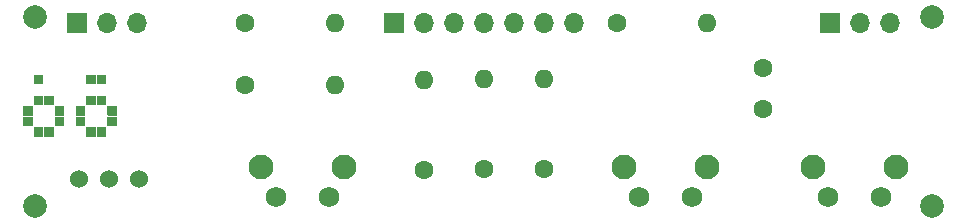
<source format=gbr>
%TF.GenerationSoftware,KiCad,Pcbnew,(5.1.9)-1*%
%TF.CreationDate,2021-06-14T22:58:48+01:00*%
%TF.ProjectId,bikepixel rear,62696b65-7069-4786-956c-20726561722e,v0.5*%
%TF.SameCoordinates,Original*%
%TF.FileFunction,Soldermask,Top*%
%TF.FilePolarity,Negative*%
%FSLAX46Y46*%
G04 Gerber Fmt 4.6, Leading zero omitted, Abs format (unit mm)*
G04 Created by KiCad (PCBNEW (5.1.9)-1) date 2021-06-14 22:58:48*
%MOMM*%
%LPD*%
G01*
G04 APERTURE LIST*
%ADD10C,0.010000*%
%ADD11C,2.000000*%
%ADD12C,2.100000*%
%ADD13C,1.750000*%
%ADD14C,1.600000*%
%ADD15R,1.700000X1.700000*%
%ADD16O,1.700000X1.700000*%
%ADD17O,1.600000X1.600000*%
%ADD18C,1.524000*%
G04 APERTURE END LIST*
D10*
%TO.C,CERN OHL v.1.2*%
G36*
X109594650Y-114579400D02*
G01*
X108877100Y-114579400D01*
X108877100Y-113855500D01*
X109594650Y-113855500D01*
X109594650Y-114579400D01*
G37*
X109594650Y-114579400D02*
X108877100Y-114579400D01*
X108877100Y-113855500D01*
X109594650Y-113855500D01*
X109594650Y-114579400D01*
G36*
X108705650Y-114579400D02*
G01*
X107981750Y-114579400D01*
X107981750Y-113855500D01*
X108705650Y-113855500D01*
X108705650Y-114579400D01*
G37*
X108705650Y-114579400D02*
X107981750Y-114579400D01*
X107981750Y-113855500D01*
X108705650Y-113855500D01*
X108705650Y-114579400D01*
G36*
X104235250Y-114579400D02*
G01*
X103517700Y-114579400D01*
X103517700Y-113855500D01*
X104235250Y-113855500D01*
X104235250Y-114579400D01*
G37*
X104235250Y-114579400D02*
X103517700Y-114579400D01*
X103517700Y-113855500D01*
X104235250Y-113855500D01*
X104235250Y-114579400D01*
G36*
X109594650Y-116363750D02*
G01*
X108877100Y-116363750D01*
X108877100Y-115639850D01*
X109594650Y-115639850D01*
X109594650Y-116363750D01*
G37*
X109594650Y-116363750D02*
X108877100Y-116363750D01*
X108877100Y-115639850D01*
X109594650Y-115639850D01*
X109594650Y-116363750D01*
G36*
X108705650Y-116363750D02*
G01*
X107981750Y-116363750D01*
X107981750Y-115639850D01*
X108705650Y-115639850D01*
X108705650Y-116363750D01*
G37*
X108705650Y-116363750D02*
X107981750Y-116363750D01*
X107981750Y-115639850D01*
X108705650Y-115639850D01*
X108705650Y-116363750D01*
G36*
X105130600Y-116363750D02*
G01*
X104406700Y-116363750D01*
X104406700Y-115639850D01*
X105130600Y-115639850D01*
X105130600Y-116363750D01*
G37*
X105130600Y-116363750D02*
X104406700Y-116363750D01*
X104406700Y-115639850D01*
X105130600Y-115639850D01*
X105130600Y-116363750D01*
G36*
X104235250Y-116363750D02*
G01*
X103517700Y-116363750D01*
X103517700Y-115639850D01*
X104235250Y-115639850D01*
X104235250Y-116363750D01*
G37*
X104235250Y-116363750D02*
X103517700Y-116363750D01*
X103517700Y-115639850D01*
X104235250Y-115639850D01*
X104235250Y-116363750D01*
G36*
X110490000Y-117259100D02*
G01*
X110132283Y-117259100D01*
X110066043Y-117259026D01*
X110003633Y-117258816D01*
X109946203Y-117258482D01*
X109894903Y-117258038D01*
X109850886Y-117257496D01*
X109815300Y-117256872D01*
X109789297Y-117256177D01*
X109774027Y-117255426D01*
X109770333Y-117254866D01*
X109769550Y-117247906D01*
X109768814Y-117229396D01*
X109768138Y-117200488D01*
X109767536Y-117162332D01*
X109767022Y-117116078D01*
X109766608Y-117062877D01*
X109766308Y-117003880D01*
X109766137Y-116940238D01*
X109766100Y-116892916D01*
X109766100Y-116535200D01*
X110490000Y-116535200D01*
X110490000Y-117259100D01*
G37*
X110490000Y-117259100D02*
X110132283Y-117259100D01*
X110066043Y-117259026D01*
X110003633Y-117258816D01*
X109946203Y-117258482D01*
X109894903Y-117258038D01*
X109850886Y-117257496D01*
X109815300Y-117256872D01*
X109789297Y-117256177D01*
X109774027Y-117255426D01*
X109770333Y-117254866D01*
X109769550Y-117247906D01*
X109768814Y-117229396D01*
X109768138Y-117200488D01*
X109767536Y-117162332D01*
X109767022Y-117116078D01*
X109766608Y-117062877D01*
X109766308Y-117003880D01*
X109766137Y-116940238D01*
X109766100Y-116892916D01*
X109766100Y-116535200D01*
X110490000Y-116535200D01*
X110490000Y-117259100D01*
G36*
X107810300Y-117259100D02*
G01*
X107086400Y-117259100D01*
X107086400Y-116535200D01*
X107810300Y-116535200D01*
X107810300Y-117259100D01*
G37*
X107810300Y-117259100D02*
X107086400Y-117259100D01*
X107086400Y-116535200D01*
X107810300Y-116535200D01*
X107810300Y-117259100D01*
G36*
X106025950Y-117259100D02*
G01*
X105302050Y-117259100D01*
X105302050Y-116535200D01*
X106025950Y-116535200D01*
X106025950Y-117259100D01*
G37*
X106025950Y-117259100D02*
X105302050Y-117259100D01*
X105302050Y-116535200D01*
X106025950Y-116535200D01*
X106025950Y-117259100D01*
G36*
X103344714Y-116895562D02*
G01*
X103343075Y-117255925D01*
X102982712Y-117257564D01*
X102622350Y-117259204D01*
X102622350Y-116535200D01*
X103346354Y-116535200D01*
X103344714Y-116895562D01*
G37*
X103344714Y-116895562D02*
X103343075Y-117255925D01*
X102982712Y-117257564D01*
X102622350Y-117259204D01*
X102622350Y-116535200D01*
X103346354Y-116535200D01*
X103344714Y-116895562D01*
G36*
X110490000Y-118148100D02*
G01*
X109766100Y-118148100D01*
X109766100Y-117430550D01*
X110490000Y-117430550D01*
X110490000Y-118148100D01*
G37*
X110490000Y-118148100D02*
X109766100Y-118148100D01*
X109766100Y-117430550D01*
X110490000Y-117430550D01*
X110490000Y-118148100D01*
G36*
X107810300Y-118148100D02*
G01*
X107086400Y-118148100D01*
X107086400Y-117430550D01*
X107810300Y-117430550D01*
X107810300Y-118148100D01*
G37*
X107810300Y-118148100D02*
X107086400Y-118148100D01*
X107086400Y-117430550D01*
X107810300Y-117430550D01*
X107810300Y-118148100D01*
G36*
X106025950Y-118148100D02*
G01*
X105302050Y-118148100D01*
X105302050Y-117430550D01*
X106025950Y-117430550D01*
X106025950Y-118148100D01*
G37*
X106025950Y-118148100D02*
X105302050Y-118148100D01*
X105302050Y-117430550D01*
X106025950Y-117430550D01*
X106025950Y-118148100D01*
G36*
X103346250Y-118148100D02*
G01*
X102622350Y-118148100D01*
X102622350Y-117430550D01*
X103346250Y-117430550D01*
X103346250Y-118148100D01*
G37*
X103346250Y-118148100D02*
X102622350Y-118148100D01*
X102622350Y-117430550D01*
X103346250Y-117430550D01*
X103346250Y-118148100D01*
G36*
X109594650Y-119043450D02*
G01*
X108877100Y-119043450D01*
X108877100Y-118319550D01*
X109594650Y-118319550D01*
X109594650Y-119043450D01*
G37*
X109594650Y-119043450D02*
X108877100Y-119043450D01*
X108877100Y-118319550D01*
X109594650Y-118319550D01*
X109594650Y-119043450D01*
G36*
X108705650Y-119043450D02*
G01*
X107981750Y-119043450D01*
X107981750Y-118319550D01*
X108705650Y-118319550D01*
X108705650Y-119043450D01*
G37*
X108705650Y-119043450D02*
X107981750Y-119043450D01*
X107981750Y-118319550D01*
X108705650Y-118319550D01*
X108705650Y-119043450D01*
G36*
X105130600Y-119043450D02*
G01*
X104406700Y-119043450D01*
X104406700Y-118319550D01*
X105130600Y-118319550D01*
X105130600Y-119043450D01*
G37*
X105130600Y-119043450D02*
X104406700Y-119043450D01*
X104406700Y-118319550D01*
X105130600Y-118319550D01*
X105130600Y-119043450D01*
G36*
X104235250Y-119043450D02*
G01*
X103517700Y-119043450D01*
X103517700Y-118319550D01*
X104235250Y-118319550D01*
X104235250Y-119043450D01*
G37*
X104235250Y-119043450D02*
X103517700Y-119043450D01*
X103517700Y-118319550D01*
X104235250Y-118319550D01*
X104235250Y-119043450D01*
%TD*%
D11*
%TO.C,H3*%
X179578000Y-124968000D03*
%TD*%
%TO.C,H4*%
X179578000Y-108966000D03*
%TD*%
%TO.C,H2*%
X103632000Y-124968000D03*
%TD*%
%TO.C,H1*%
X103632000Y-108966000D03*
%TD*%
D12*
%TO.C,SW2*%
X160508000Y-121716000D03*
D13*
X159258000Y-124206000D03*
X154758000Y-124206000D03*
D12*
X153498000Y-121716000D03*
%TD*%
D14*
%TO.C,C1*%
X165227000Y-113284000D03*
X165227000Y-116784000D03*
%TD*%
D15*
%TO.C,J1*%
X107188000Y-109474000D03*
D16*
X109728000Y-109474000D03*
X112268000Y-109474000D03*
%TD*%
D15*
%TO.C,J2*%
X133985000Y-109474000D03*
D16*
X136525000Y-109474000D03*
X139065000Y-109474000D03*
X141605000Y-109474000D03*
X144145000Y-109474000D03*
X146685000Y-109474000D03*
X149225000Y-109474000D03*
%TD*%
%TO.C,J3*%
X176022000Y-109474000D03*
X173482000Y-109474000D03*
D15*
X170942000Y-109474000D03*
%TD*%
D17*
%TO.C,R1*%
X129032000Y-109474000D03*
D14*
X121412000Y-109474000D03*
%TD*%
%TO.C,R2*%
X121412000Y-114744500D03*
D17*
X129032000Y-114744500D03*
%TD*%
%TO.C,R3*%
X136525000Y-114300000D03*
D14*
X136525000Y-121920000D03*
%TD*%
%TO.C,R4*%
X141605000Y-121856500D03*
D17*
X141605000Y-114236500D03*
%TD*%
%TO.C,R5*%
X146685000Y-114236500D03*
D14*
X146685000Y-121856500D03*
%TD*%
%TO.C,R6*%
X152908000Y-109474000D03*
D17*
X160528000Y-109474000D03*
%TD*%
D18*
%TO.C,SW0*%
X107315000Y-122682000D03*
X109855000Y-122682000D03*
X112395000Y-122682000D03*
%TD*%
D12*
%TO.C,SW1*%
X122764000Y-121716000D03*
D13*
X124024000Y-124206000D03*
X128524000Y-124206000D03*
D12*
X129774000Y-121716000D03*
%TD*%
%TO.C,SW3*%
X169500000Y-121716000D03*
D13*
X170760000Y-124206000D03*
X175260000Y-124206000D03*
D12*
X176510000Y-121716000D03*
%TD*%
M02*

</source>
